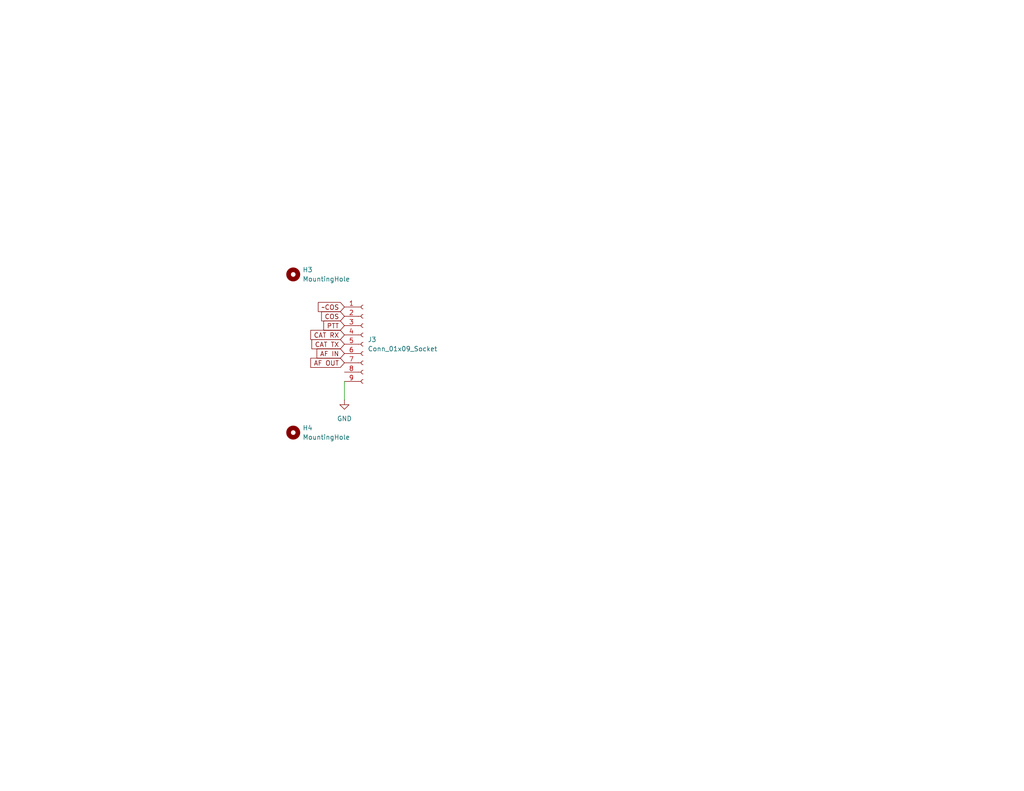
<source format=kicad_sch>
(kicad_sch
	(version 20231120)
	(generator "eeschema")
	(generator_version "8.0")
	(uuid "168f5ffd-1533-4b6d-9fb2-350d8aa9a2a5")
	(paper "USLetter")
	(title_block
		(title "Digital Modes - Radio Interface")
		(rev "0.96")
		(company "VA7DBI")
	)
	(lib_symbols
		(symbol "Connector:Conn_01x09_Socket"
			(pin_names
				(offset 1.016) hide)
			(exclude_from_sim no)
			(in_bom yes)
			(on_board yes)
			(property "Reference" "J"
				(at 0 12.7 0)
				(effects
					(font
						(size 1.27 1.27)
					)
				)
			)
			(property "Value" "Conn_01x09_Socket"
				(at 0 -12.7 0)
				(effects
					(font
						(size 1.27 1.27)
					)
				)
			)
			(property "Footprint" ""
				(at 0 0 0)
				(effects
					(font
						(size 1.27 1.27)
					)
					(hide yes)
				)
			)
			(property "Datasheet" "~"
				(at 0 0 0)
				(effects
					(font
						(size 1.27 1.27)
					)
					(hide yes)
				)
			)
			(property "Description" "Generic connector, single row, 01x09, script generated"
				(at 0 0 0)
				(effects
					(font
						(size 1.27 1.27)
					)
					(hide yes)
				)
			)
			(property "ki_locked" ""
				(at 0 0 0)
				(effects
					(font
						(size 1.27 1.27)
					)
				)
			)
			(property "ki_keywords" "connector"
				(at 0 0 0)
				(effects
					(font
						(size 1.27 1.27)
					)
					(hide yes)
				)
			)
			(property "ki_fp_filters" "Connector*:*_1x??_*"
				(at 0 0 0)
				(effects
					(font
						(size 1.27 1.27)
					)
					(hide yes)
				)
			)
			(symbol "Conn_01x09_Socket_1_1"
				(arc
					(start 0 -9.652)
					(mid -0.5058 -10.16)
					(end 0 -10.668)
					(stroke
						(width 0.1524)
						(type default)
					)
					(fill
						(type none)
					)
				)
				(arc
					(start 0 -7.112)
					(mid -0.5058 -7.62)
					(end 0 -8.128)
					(stroke
						(width 0.1524)
						(type default)
					)
					(fill
						(type none)
					)
				)
				(arc
					(start 0 -4.572)
					(mid -0.5058 -5.08)
					(end 0 -5.588)
					(stroke
						(width 0.1524)
						(type default)
					)
					(fill
						(type none)
					)
				)
				(arc
					(start 0 -2.032)
					(mid -0.5058 -2.54)
					(end 0 -3.048)
					(stroke
						(width 0.1524)
						(type default)
					)
					(fill
						(type none)
					)
				)
				(polyline
					(pts
						(xy -1.27 -10.16) (xy -0.508 -10.16)
					)
					(stroke
						(width 0.1524)
						(type default)
					)
					(fill
						(type none)
					)
				)
				(polyline
					(pts
						(xy -1.27 -7.62) (xy -0.508 -7.62)
					)
					(stroke
						(width 0.1524)
						(type default)
					)
					(fill
						(type none)
					)
				)
				(polyline
					(pts
						(xy -1.27 -5.08) (xy -0.508 -5.08)
					)
					(stroke
						(width 0.1524)
						(type default)
					)
					(fill
						(type none)
					)
				)
				(polyline
					(pts
						(xy -1.27 -2.54) (xy -0.508 -2.54)
					)
					(stroke
						(width 0.1524)
						(type default)
					)
					(fill
						(type none)
					)
				)
				(polyline
					(pts
						(xy -1.27 0) (xy -0.508 0)
					)
					(stroke
						(width 0.1524)
						(type default)
					)
					(fill
						(type none)
					)
				)
				(polyline
					(pts
						(xy -1.27 2.54) (xy -0.508 2.54)
					)
					(stroke
						(width 0.1524)
						(type default)
					)
					(fill
						(type none)
					)
				)
				(polyline
					(pts
						(xy -1.27 5.08) (xy -0.508 5.08)
					)
					(stroke
						(width 0.1524)
						(type default)
					)
					(fill
						(type none)
					)
				)
				(polyline
					(pts
						(xy -1.27 7.62) (xy -0.508 7.62)
					)
					(stroke
						(width 0.1524)
						(type default)
					)
					(fill
						(type none)
					)
				)
				(polyline
					(pts
						(xy -1.27 10.16) (xy -0.508 10.16)
					)
					(stroke
						(width 0.1524)
						(type default)
					)
					(fill
						(type none)
					)
				)
				(arc
					(start 0 0.508)
					(mid -0.5058 0)
					(end 0 -0.508)
					(stroke
						(width 0.1524)
						(type default)
					)
					(fill
						(type none)
					)
				)
				(arc
					(start 0 3.048)
					(mid -0.5058 2.54)
					(end 0 2.032)
					(stroke
						(width 0.1524)
						(type default)
					)
					(fill
						(type none)
					)
				)
				(arc
					(start 0 5.588)
					(mid -0.5058 5.08)
					(end 0 4.572)
					(stroke
						(width 0.1524)
						(type default)
					)
					(fill
						(type none)
					)
				)
				(arc
					(start 0 8.128)
					(mid -0.5058 7.62)
					(end 0 7.112)
					(stroke
						(width 0.1524)
						(type default)
					)
					(fill
						(type none)
					)
				)
				(arc
					(start 0 10.668)
					(mid -0.5058 10.16)
					(end 0 9.652)
					(stroke
						(width 0.1524)
						(type default)
					)
					(fill
						(type none)
					)
				)
				(pin passive line
					(at -5.08 10.16 0)
					(length 3.81)
					(name "Pin_1"
						(effects
							(font
								(size 1.27 1.27)
							)
						)
					)
					(number "1"
						(effects
							(font
								(size 1.27 1.27)
							)
						)
					)
				)
				(pin passive line
					(at -5.08 7.62 0)
					(length 3.81)
					(name "Pin_2"
						(effects
							(font
								(size 1.27 1.27)
							)
						)
					)
					(number "2"
						(effects
							(font
								(size 1.27 1.27)
							)
						)
					)
				)
				(pin passive line
					(at -5.08 5.08 0)
					(length 3.81)
					(name "Pin_3"
						(effects
							(font
								(size 1.27 1.27)
							)
						)
					)
					(number "3"
						(effects
							(font
								(size 1.27 1.27)
							)
						)
					)
				)
				(pin passive line
					(at -5.08 2.54 0)
					(length 3.81)
					(name "Pin_4"
						(effects
							(font
								(size 1.27 1.27)
							)
						)
					)
					(number "4"
						(effects
							(font
								(size 1.27 1.27)
							)
						)
					)
				)
				(pin passive line
					(at -5.08 0 0)
					(length 3.81)
					(name "Pin_5"
						(effects
							(font
								(size 1.27 1.27)
							)
						)
					)
					(number "5"
						(effects
							(font
								(size 1.27 1.27)
							)
						)
					)
				)
				(pin passive line
					(at -5.08 -2.54 0)
					(length 3.81)
					(name "Pin_6"
						(effects
							(font
								(size 1.27 1.27)
							)
						)
					)
					(number "6"
						(effects
							(font
								(size 1.27 1.27)
							)
						)
					)
				)
				(pin passive line
					(at -5.08 -5.08 0)
					(length 3.81)
					(name "Pin_7"
						(effects
							(font
								(size 1.27 1.27)
							)
						)
					)
					(number "7"
						(effects
							(font
								(size 1.27 1.27)
							)
						)
					)
				)
				(pin passive line
					(at -5.08 -7.62 0)
					(length 3.81)
					(name "Pin_8"
						(effects
							(font
								(size 1.27 1.27)
							)
						)
					)
					(number "8"
						(effects
							(font
								(size 1.27 1.27)
							)
						)
					)
				)
				(pin passive line
					(at -5.08 -10.16 0)
					(length 3.81)
					(name "Pin_9"
						(effects
							(font
								(size 1.27 1.27)
							)
						)
					)
					(number "9"
						(effects
							(font
								(size 1.27 1.27)
							)
						)
					)
				)
			)
		)
		(symbol "Mechanical:MountingHole"
			(pin_names
				(offset 1.016)
			)
			(exclude_from_sim yes)
			(in_bom no)
			(on_board yes)
			(property "Reference" "H"
				(at 0 5.08 0)
				(effects
					(font
						(size 1.27 1.27)
					)
				)
			)
			(property "Value" "MountingHole"
				(at 0 3.175 0)
				(effects
					(font
						(size 1.27 1.27)
					)
				)
			)
			(property "Footprint" ""
				(at 0 0 0)
				(effects
					(font
						(size 1.27 1.27)
					)
					(hide yes)
				)
			)
			(property "Datasheet" "~"
				(at 0 0 0)
				(effects
					(font
						(size 1.27 1.27)
					)
					(hide yes)
				)
			)
			(property "Description" "Mounting Hole without connection"
				(at 0 0 0)
				(effects
					(font
						(size 1.27 1.27)
					)
					(hide yes)
				)
			)
			(property "ki_keywords" "mounting hole"
				(at 0 0 0)
				(effects
					(font
						(size 1.27 1.27)
					)
					(hide yes)
				)
			)
			(property "ki_fp_filters" "MountingHole*"
				(at 0 0 0)
				(effects
					(font
						(size 1.27 1.27)
					)
					(hide yes)
				)
			)
			(symbol "MountingHole_0_1"
				(circle
					(center 0 0)
					(radius 1.27)
					(stroke
						(width 1.27)
						(type default)
					)
					(fill
						(type none)
					)
				)
			)
		)
		(symbol "power:GND"
			(power)
			(pin_numbers hide)
			(pin_names
				(offset 0) hide)
			(exclude_from_sim no)
			(in_bom yes)
			(on_board yes)
			(property "Reference" "#PWR"
				(at 0 -6.35 0)
				(effects
					(font
						(size 1.27 1.27)
					)
					(hide yes)
				)
			)
			(property "Value" "GND"
				(at 0 -3.81 0)
				(effects
					(font
						(size 1.27 1.27)
					)
				)
			)
			(property "Footprint" ""
				(at 0 0 0)
				(effects
					(font
						(size 1.27 1.27)
					)
					(hide yes)
				)
			)
			(property "Datasheet" ""
				(at 0 0 0)
				(effects
					(font
						(size 1.27 1.27)
					)
					(hide yes)
				)
			)
			(property "Description" "Power symbol creates a global label with name \"GND\" , ground"
				(at 0 0 0)
				(effects
					(font
						(size 1.27 1.27)
					)
					(hide yes)
				)
			)
			(property "ki_keywords" "global power"
				(at 0 0 0)
				(effects
					(font
						(size 1.27 1.27)
					)
					(hide yes)
				)
			)
			(symbol "GND_0_1"
				(polyline
					(pts
						(xy 0 0) (xy 0 -1.27) (xy 1.27 -1.27) (xy 0 -2.54) (xy -1.27 -1.27) (xy 0 -1.27)
					)
					(stroke
						(width 0)
						(type default)
					)
					(fill
						(type none)
					)
				)
			)
			(symbol "GND_1_1"
				(pin power_in line
					(at 0 0 270)
					(length 0)
					(name "~"
						(effects
							(font
								(size 1.27 1.27)
							)
						)
					)
					(number "1"
						(effects
							(font
								(size 1.27 1.27)
							)
						)
					)
				)
			)
		)
	)
	(wire
		(pts
			(xy 93.98 104.14) (xy 93.98 109.22)
		)
		(stroke
			(width 0)
			(type default)
		)
		(uuid "3266c0c0-5d47-4b43-b4da-cfa8f6ea963f")
	)
	(global_label "PTT"
		(shape input)
		(at 93.98 88.9 180)
		(fields_autoplaced yes)
		(effects
			(font
				(size 1.27 1.27)
			)
			(justify right)
		)
		(uuid "00af200f-e9f8-4807-838f-49a5dbcfd413")
		(property "Intersheetrefs" "${INTERSHEET_REFS}"
			(at 87.7896 88.9 0)
			(effects
				(font
					(size 1.27 1.27)
				)
				(justify right)
				(hide yes)
			)
		)
	)
	(global_label "CAT RX"
		(shape input)
		(at 93.98 91.44 180)
		(fields_autoplaced yes)
		(effects
			(font
				(size 1.27 1.27)
			)
			(justify right)
		)
		(uuid "1a84680a-fbe3-419d-8fc0-9d1cb17bbdb1")
		(property "Intersheetrefs" "${INTERSHEET_REFS}"
			(at 84.2215 91.44 0)
			(effects
				(font
					(size 1.27 1.27)
				)
				(justify right)
				(hide yes)
			)
		)
	)
	(global_label "~COS"
		(shape input)
		(at 93.98 83.82 180)
		(fields_autoplaced yes)
		(effects
			(font
				(size 1.27 1.27)
			)
			(justify right)
		)
		(uuid "953beddf-6220-489d-8950-8c8e41e1e62a")
		(property "Intersheetrefs" "${INTERSHEET_REFS}"
			(at 86.2777 83.82 0)
			(effects
				(font
					(size 1.27 1.27)
				)
				(justify right)
				(hide yes)
			)
		)
	)
	(global_label "COS"
		(shape input)
		(at 93.98 86.36 180)
		(fields_autoplaced yes)
		(effects
			(font
				(size 1.27 1.27)
			)
			(justify right)
		)
		(uuid "a46e64bd-9ffe-4d12-8199-2cf8707f95c7")
		(property "Intersheetrefs" "${INTERSHEET_REFS}"
			(at 87.1848 86.36 0)
			(effects
				(font
					(size 1.27 1.27)
				)
				(justify right)
				(hide yes)
			)
		)
	)
	(global_label "AF IN"
		(shape input)
		(at 93.98 96.52 180)
		(fields_autoplaced yes)
		(effects
			(font
				(size 1.27 1.27)
			)
			(justify right)
		)
		(uuid "c376c953-6956-466a-b10c-bc75412f2b8d")
		(property "Intersheetrefs" "${INTERSHEET_REFS}"
			(at 85.9147 96.52 0)
			(effects
				(font
					(size 1.27 1.27)
				)
				(justify right)
				(hide yes)
			)
		)
	)
	(global_label "CAT TX"
		(shape input)
		(at 93.98 93.98 180)
		(fields_autoplaced yes)
		(effects
			(font
				(size 1.27 1.27)
			)
			(justify right)
		)
		(uuid "e340adb7-87fa-4c8e-a9af-06e24b69c1e4")
		(property "Intersheetrefs" "${INTERSHEET_REFS}"
			(at 84.5239 93.98 0)
			(effects
				(font
					(size 1.27 1.27)
				)
				(justify right)
				(hide yes)
			)
		)
	)
	(global_label "AF OUT"
		(shape input)
		(at 93.98 99.06 180)
		(fields_autoplaced yes)
		(effects
			(font
				(size 1.27 1.27)
			)
			(justify right)
		)
		(uuid "e46b0cda-e1b1-4b92-aae8-d3388069cc98")
		(property "Intersheetrefs" "${INTERSHEET_REFS}"
			(at 84.2214 99.06 0)
			(effects
				(font
					(size 1.27 1.27)
				)
				(justify right)
				(hide yes)
			)
		)
	)
	(symbol
		(lib_id "Mechanical:MountingHole")
		(at 80.01 118.11 0)
		(unit 1)
		(exclude_from_sim yes)
		(in_bom no)
		(on_board yes)
		(dnp no)
		(fields_autoplaced yes)
		(uuid "2b44ee09-2d00-490b-8683-c12f466f4158")
		(property "Reference" "H4"
			(at 82.55 116.8399 0)
			(effects
				(font
					(size 1.27 1.27)
				)
				(justify left)
			)
		)
		(property "Value" "MountingHole"
			(at 82.55 119.3799 0)
			(effects
				(font
					(size 1.27 1.27)
				)
				(justify left)
			)
		)
		(property "Footprint" "MountingHole:MountingHole_3.2mm_M3"
			(at 80.01 118.11 0)
			(effects
				(font
					(size 1.27 1.27)
				)
				(hide yes)
			)
		)
		(property "Datasheet" "~"
			(at 80.01 118.11 0)
			(effects
				(font
					(size 1.27 1.27)
				)
				(hide yes)
			)
		)
		(property "Description" "Mounting Hole without connection"
			(at 80.01 118.11 0)
			(effects
				(font
					(size 1.27 1.27)
				)
				(hide yes)
			)
		)
		(instances
			(project "digital-mode-radio-interface"
				(path "/a0d4bcf6-6cac-4e92-853e-9083f008b231/f540b09a-309c-40a1-a17d-7db164519b80"
					(reference "H4")
					(unit 1)
				)
			)
		)
	)
	(symbol
		(lib_id "Mechanical:MountingHole")
		(at 80.01 74.93 0)
		(unit 1)
		(exclude_from_sim yes)
		(in_bom no)
		(on_board yes)
		(dnp no)
		(fields_autoplaced yes)
		(uuid "327ba37b-817b-478c-a4e5-329cfe34c10b")
		(property "Reference" "H3"
			(at 82.55 73.6599 0)
			(effects
				(font
					(size 1.27 1.27)
				)
				(justify left)
			)
		)
		(property "Value" "MountingHole"
			(at 82.55 76.1999 0)
			(effects
				(font
					(size 1.27 1.27)
				)
				(justify left)
			)
		)
		(property "Footprint" "MountingHole:MountingHole_3.2mm_M3"
			(at 80.01 74.93 0)
			(effects
				(font
					(size 1.27 1.27)
				)
				(hide yes)
			)
		)
		(property "Datasheet" "~"
			(at 80.01 74.93 0)
			(effects
				(font
					(size 1.27 1.27)
				)
				(hide yes)
			)
		)
		(property "Description" "Mounting Hole without connection"
			(at 80.01 74.93 0)
			(effects
				(font
					(size 1.27 1.27)
				)
				(hide yes)
			)
		)
		(instances
			(project "digital-mode-radio-interface"
				(path "/a0d4bcf6-6cac-4e92-853e-9083f008b231/f540b09a-309c-40a1-a17d-7db164519b80"
					(reference "H3")
					(unit 1)
				)
			)
		)
	)
	(symbol
		(lib_id "power:GND")
		(at 93.98 109.22 0)
		(unit 1)
		(exclude_from_sim no)
		(in_bom yes)
		(on_board yes)
		(dnp no)
		(fields_autoplaced yes)
		(uuid "7d02a8f7-7341-4b37-b912-6f163f2d9a3d")
		(property "Reference" "#PWR024"
			(at 93.98 115.57 0)
			(effects
				(font
					(size 1.27 1.27)
				)
				(hide yes)
			)
		)
		(property "Value" "GND"
			(at 93.98 114.3 0)
			(effects
				(font
					(size 1.27 1.27)
				)
			)
		)
		(property "Footprint" ""
			(at 93.98 109.22 0)
			(effects
				(font
					(size 1.27 1.27)
				)
				(hide yes)
			)
		)
		(property "Datasheet" ""
			(at 93.98 109.22 0)
			(effects
				(font
					(size 1.27 1.27)
				)
				(hide yes)
			)
		)
		(property "Description" "Power symbol creates a global label with name \"GND\" , ground"
			(at 93.98 109.22 0)
			(effects
				(font
					(size 1.27 1.27)
				)
				(hide yes)
			)
		)
		(pin "1"
			(uuid "93c8ba27-3f62-4529-a94c-405ed4d06558")
		)
		(instances
			(project "digital-mode-radio-interface"
				(path "/a0d4bcf6-6cac-4e92-853e-9083f008b231/f540b09a-309c-40a1-a17d-7db164519b80"
					(reference "#PWR024")
					(unit 1)
				)
			)
		)
	)
	(symbol
		(lib_id "Connector:Conn_01x09_Socket")
		(at 99.06 93.98 0)
		(unit 1)
		(exclude_from_sim no)
		(in_bom yes)
		(on_board yes)
		(dnp no)
		(fields_autoplaced yes)
		(uuid "919f77d5-98d5-4cf0-9fc6-98b61d664d60")
		(property "Reference" "J3"
			(at 100.33 92.7099 0)
			(effects
				(font
					(size 1.27 1.27)
				)
				(justify left)
			)
		)
		(property "Value" "Conn_01x09_Socket"
			(at 100.33 95.2499 0)
			(effects
				(font
					(size 1.27 1.27)
				)
				(justify left)
			)
		)
		(property "Footprint" "Connector_Dsub:DSUB-9_Female_Horizontal_P2.77x2.84mm_EdgePinOffset4.94mm_Housed_MountingHolesOffset7.48mm"
			(at 99.06 93.98 0)
			(effects
				(font
					(size 1.27 1.27)
				)
				(hide yes)
			)
		)
		(property "Datasheet" "~"
			(at 99.06 93.98 0)
			(effects
				(font
					(size 1.27 1.27)
				)
				(hide yes)
			)
		)
		(property "Description" "Generic connector, single row, 01x09, script generated"
			(at 99.06 93.98 0)
			(effects
				(font
					(size 1.27 1.27)
				)
				(hide yes)
			)
		)
		(pin "6"
			(uuid "54e4f28b-609d-4013-9409-31abc73b9d4a")
		)
		(pin "9"
			(uuid "dba78b53-30c4-4ea4-b342-3184415ab203")
		)
		(pin "1"
			(uuid "70de5109-2269-4256-8208-44e19fe44b7c")
		)
		(pin "4"
			(uuid "c90844da-8299-4040-9aa3-7e1dbaa17814")
		)
		(pin "3"
			(uuid "33b617d2-935a-4c6c-bc1e-2e445e1685c4")
		)
		(pin "2"
			(uuid "caf5c507-e66c-4f96-aae6-377ad3f47db8")
		)
		(pin "7"
			(uuid "5cdd1d65-cb95-4e8b-87eb-c4ed86c80739")
		)
		(pin "8"
			(uuid "81bad636-292f-4c2c-b5bc-5a74e5456841")
		)
		(pin "5"
			(uuid "d38b6b04-1160-47ba-9de0-057a50fb5242")
		)
		(instances
			(project "digital-mode-radio-interface"
				(path "/a0d4bcf6-6cac-4e92-853e-9083f008b231/f540b09a-309c-40a1-a17d-7db164519b80"
					(reference "J3")
					(unit 1)
				)
			)
		)
	)
)

</source>
